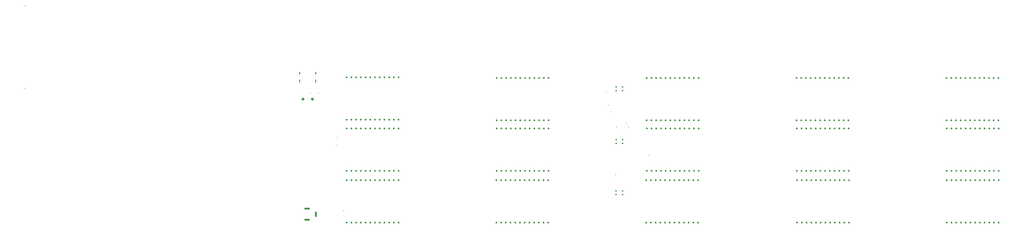
<source format=gbr>
%TF.GenerationSoftware,KiCad,Pcbnew,(6.0.11)*%
%TF.CreationDate,2023-07-11T13:37:14+02:00*%
%TF.ProjectId,T-DISPLAY-S3,542d4449-5350-44c4-9159-2d53332e6b69,1*%
%TF.SameCoordinates,Original*%
%TF.FileFunction,Plated,1,2,PTH,Mixed*%
%TF.FilePolarity,Positive*%
%FSLAX46Y46*%
G04 Gerber Fmt 4.6, Leading zero omitted, Abs format (unit mm)*
G04 Created by KiCad (PCBNEW (6.0.11)) date 2023-07-11 13:37:14*
%MOMM*%
%LPD*%
G01*
G04 APERTURE LIST*
%TA.AperFunction,ViaDrill*%
%ADD10C,0.400000*%
%TD*%
G04 aperture for slot hole*
%TA.AperFunction,ComponentDrill*%
%ADD11O,0.500000X1.700000*%
%TD*%
G04 aperture for slot hole*
%TA.AperFunction,ComponentDrill*%
%ADD12O,0.600000X1.200000*%
%TD*%
%TA.AperFunction,ComponentDrill*%
%ADD13C,0.800000*%
%TD*%
G04 aperture for slot hole*
%TA.AperFunction,ComponentDrill*%
%ADD14O,3.000000X1.000000*%
%TD*%
G04 aperture for slot hole*
%TA.AperFunction,ComponentDrill*%
%ADD15O,1.000000X3.000000*%
%TD*%
%TA.AperFunction,ComponentDrill*%
%ADD16C,1.000000*%
%TD*%
%TA.AperFunction,ComponentDrill*%
%ADD17C,1.520000*%
%TD*%
G04 APERTURE END LIST*
D10*
X-45720000Y-200660000D03*
X-45672451Y-156018725D03*
X108077000Y-203200000D03*
X112395000Y-203200000D03*
X122428000Y-231394000D03*
X122555000Y-227330000D03*
X125857000Y-266700000D03*
X267335000Y-202311000D03*
X268859000Y-209677000D03*
X270129000Y-213233000D03*
X272542000Y-247269000D03*
X273050000Y-221488000D03*
X278257000Y-219329000D03*
X279400000Y-221361000D03*
X290449000Y-236601000D03*
D11*
%TO.C,J2*%
X102360000Y-196620000D03*
X111000000Y-196620000D03*
D12*
X102360000Y-192440000D03*
X111000000Y-192440000D03*
D13*
%TO.C,J8*%
X272669000Y-255905000D03*
X272669000Y-257905000D03*
%TO.C,J4*%
X272796000Y-199787000D03*
X272796000Y-201787000D03*
%TO.C,J6*%
X272796000Y-228235000D03*
X272796000Y-230235000D03*
%TO.C,J5*%
X276225000Y-199787000D03*
X276225000Y-201787000D03*
%TO.C,J7*%
X276225000Y-228235000D03*
X276225000Y-230235000D03*
%TO.C,J9*%
X276225000Y-255921000D03*
X276225000Y-257921000D03*
D14*
%TO.C,J3*%
X106315000Y-265526000D03*
X106315000Y-271526000D03*
D15*
X111015000Y-268526000D03*
D16*
%TO.C,U6*%
X127635000Y-222250000D03*
X127635000Y-245111864D03*
%TO.C,U11*%
X127635000Y-250190000D03*
X127635000Y-273051864D03*
%TO.C,U1*%
X127660400Y-194640201D03*
X127660400Y-217502065D03*
%TO.C,U6*%
X130175000Y-222250000D03*
X130175000Y-245111864D03*
%TO.C,U11*%
X130175000Y-250190000D03*
X130175000Y-273051864D03*
%TO.C,U1*%
X130200400Y-194640201D03*
X130200400Y-217502065D03*
%TO.C,U6*%
X132715000Y-222250000D03*
X132715000Y-245111864D03*
%TO.C,U11*%
X132715000Y-250190000D03*
X132715000Y-273051864D03*
%TO.C,U1*%
X132740400Y-194640201D03*
X132740400Y-217502065D03*
%TO.C,U6*%
X135255000Y-222250000D03*
X135255000Y-245111864D03*
%TO.C,U11*%
X135255000Y-250190000D03*
X135255000Y-273051864D03*
%TO.C,U1*%
X135280400Y-194640201D03*
X135280400Y-217502065D03*
%TO.C,U6*%
X137795000Y-222250000D03*
X137795000Y-245111864D03*
%TO.C,U11*%
X137795000Y-250190000D03*
X137795000Y-273051864D03*
%TO.C,U1*%
X137820400Y-194640201D03*
X137820400Y-217502065D03*
%TO.C,U6*%
X140335000Y-222250000D03*
X140335000Y-245111864D03*
%TO.C,U11*%
X140335000Y-250190000D03*
X140335000Y-273051864D03*
%TO.C,U1*%
X140360400Y-194640201D03*
X140360400Y-217502065D03*
%TO.C,U6*%
X142875000Y-222250000D03*
X142875000Y-245111864D03*
%TO.C,U11*%
X142875000Y-250190000D03*
X142875000Y-273051864D03*
%TO.C,U1*%
X142900400Y-194640201D03*
X142900400Y-217502065D03*
%TO.C,U6*%
X145415000Y-222250000D03*
X145415000Y-245111864D03*
%TO.C,U11*%
X145415000Y-250190000D03*
X145415000Y-273051864D03*
%TO.C,U1*%
X145440400Y-194640201D03*
X145440400Y-217502065D03*
%TO.C,U6*%
X147955000Y-222250000D03*
X147955000Y-245111864D03*
%TO.C,U11*%
X147955000Y-250190000D03*
X147955000Y-273051864D03*
%TO.C,U1*%
X147980400Y-194640201D03*
X147980400Y-217502065D03*
%TO.C,U6*%
X150495000Y-222250000D03*
X150495000Y-245111864D03*
%TO.C,U11*%
X150495000Y-250190000D03*
X150495000Y-273051864D03*
%TO.C,U1*%
X150520400Y-194640201D03*
X150520400Y-217502065D03*
%TO.C,U6*%
X153035000Y-222250000D03*
X153035000Y-245111864D03*
%TO.C,U11*%
X153035000Y-250190000D03*
X153035000Y-273051864D03*
%TO.C,U1*%
X153060400Y-194640201D03*
X153060400Y-217502065D03*
%TO.C,U6*%
X155575000Y-222250000D03*
X155575000Y-245111864D03*
%TO.C,U11*%
X155575000Y-250190000D03*
X155575000Y-273051864D03*
%TO.C,U1*%
X155600400Y-194640201D03*
X155600400Y-217502065D03*
%TO.C,U12*%
X208280000Y-250190000D03*
X208280000Y-273051864D03*
%TO.C,U2*%
X208407000Y-194945000D03*
X208407000Y-217806864D03*
%TO.C,U7*%
X208438750Y-222250000D03*
X208438750Y-245111864D03*
%TO.C,U12*%
X210820000Y-250190000D03*
X210820000Y-273051864D03*
%TO.C,U2*%
X210947000Y-194945000D03*
X210947000Y-217806864D03*
%TO.C,U7*%
X210978750Y-222250000D03*
X210978750Y-245111864D03*
%TO.C,U12*%
X213360000Y-250190000D03*
X213360000Y-273051864D03*
%TO.C,U2*%
X213487000Y-194945000D03*
X213487000Y-217806864D03*
%TO.C,U7*%
X213518750Y-222250000D03*
X213518750Y-245111864D03*
%TO.C,U12*%
X215900000Y-250190000D03*
X215900000Y-273051864D03*
%TO.C,U2*%
X216027000Y-194945000D03*
X216027000Y-217806864D03*
%TO.C,U7*%
X216058750Y-222250000D03*
X216058750Y-245111864D03*
%TO.C,U12*%
X218440000Y-250190000D03*
X218440000Y-273051864D03*
%TO.C,U2*%
X218567000Y-194945000D03*
X218567000Y-217806864D03*
%TO.C,U7*%
X218598750Y-222250000D03*
X218598750Y-245111864D03*
%TO.C,U12*%
X220980000Y-250190000D03*
X220980000Y-273051864D03*
%TO.C,U2*%
X221107000Y-194945000D03*
X221107000Y-217806864D03*
%TO.C,U7*%
X221138750Y-222250000D03*
X221138750Y-245111864D03*
%TO.C,U12*%
X223520000Y-250190000D03*
X223520000Y-273051864D03*
%TO.C,U2*%
X223647000Y-194945000D03*
X223647000Y-217806864D03*
%TO.C,U7*%
X223678750Y-222250000D03*
X223678750Y-245111864D03*
%TO.C,U12*%
X226060000Y-250190000D03*
X226060000Y-273051864D03*
%TO.C,U2*%
X226187000Y-194945000D03*
X226187000Y-217806864D03*
%TO.C,U7*%
X226218750Y-222250000D03*
X226218750Y-245111864D03*
%TO.C,U12*%
X228600000Y-250190000D03*
X228600000Y-273051864D03*
%TO.C,U2*%
X228727000Y-194945000D03*
X228727000Y-217806864D03*
%TO.C,U7*%
X228758750Y-222250000D03*
X228758750Y-245111864D03*
%TO.C,U12*%
X231140000Y-250190000D03*
X231140000Y-273051864D03*
%TO.C,U2*%
X231267000Y-194945000D03*
X231267000Y-217806864D03*
%TO.C,U7*%
X231298750Y-222250000D03*
X231298750Y-245111864D03*
%TO.C,U12*%
X233680000Y-250190000D03*
X233680000Y-273051864D03*
%TO.C,U2*%
X233807000Y-194945000D03*
X233807000Y-217806864D03*
%TO.C,U7*%
X233838750Y-222250000D03*
X233838750Y-245111864D03*
%TO.C,U12*%
X236220000Y-250190000D03*
X236220000Y-273051864D03*
%TO.C,U2*%
X236347000Y-194945000D03*
X236347000Y-217806864D03*
%TO.C,U7*%
X236378750Y-222250000D03*
X236378750Y-245111864D03*
%TO.C,U13*%
X288925000Y-250190000D03*
X288925000Y-273051864D03*
%TO.C,U3*%
X289153600Y-194945000D03*
X289153600Y-217806864D03*
%TO.C,U8*%
X289242500Y-222250000D03*
X289242500Y-245111864D03*
%TO.C,U13*%
X291465000Y-250190000D03*
X291465000Y-273051864D03*
%TO.C,U3*%
X291693600Y-194945000D03*
X291693600Y-217806864D03*
%TO.C,U8*%
X291782500Y-222250000D03*
X291782500Y-245111864D03*
%TO.C,U13*%
X294005000Y-250190000D03*
X294005000Y-273051864D03*
%TO.C,U3*%
X294233600Y-194945000D03*
X294233600Y-217806864D03*
%TO.C,U8*%
X294322500Y-222250000D03*
X294322500Y-245111864D03*
%TO.C,U13*%
X296545000Y-250190000D03*
X296545000Y-273051864D03*
%TO.C,U3*%
X296773600Y-194945000D03*
X296773600Y-217806864D03*
%TO.C,U8*%
X296862500Y-222250000D03*
X296862500Y-245111864D03*
%TO.C,U13*%
X299085000Y-250190000D03*
X299085000Y-273051864D03*
%TO.C,U3*%
X299313600Y-194945000D03*
X299313600Y-217806864D03*
%TO.C,U8*%
X299402500Y-222250000D03*
X299402500Y-245111864D03*
%TO.C,U13*%
X301625000Y-250190000D03*
X301625000Y-273051864D03*
%TO.C,U3*%
X301853600Y-194945000D03*
X301853600Y-217806864D03*
%TO.C,U8*%
X301942500Y-222250000D03*
X301942500Y-245111864D03*
%TO.C,U13*%
X304165000Y-250190000D03*
X304165000Y-273051864D03*
%TO.C,U3*%
X304393600Y-194945000D03*
X304393600Y-217806864D03*
%TO.C,U8*%
X304482500Y-222250000D03*
X304482500Y-245111864D03*
%TO.C,U13*%
X306705000Y-250190000D03*
X306705000Y-273051864D03*
%TO.C,U3*%
X306933600Y-194945000D03*
X306933600Y-217806864D03*
%TO.C,U8*%
X307022500Y-222250000D03*
X307022500Y-245111864D03*
%TO.C,U13*%
X309245000Y-250190000D03*
X309245000Y-273051864D03*
%TO.C,U3*%
X309473600Y-194945000D03*
X309473600Y-217806864D03*
%TO.C,U8*%
X309562500Y-222250000D03*
X309562500Y-245111864D03*
%TO.C,U13*%
X311785000Y-250190000D03*
X311785000Y-273051864D03*
%TO.C,U3*%
X312013600Y-194945000D03*
X312013600Y-217806864D03*
%TO.C,U8*%
X312102500Y-222250000D03*
X312102500Y-245111864D03*
%TO.C,U13*%
X314325000Y-250190000D03*
X314325000Y-273051864D03*
%TO.C,U3*%
X314553600Y-194945000D03*
X314553600Y-217806864D03*
%TO.C,U8*%
X314642500Y-222250000D03*
X314642500Y-245111864D03*
%TO.C,U13*%
X316865000Y-250190000D03*
X316865000Y-273051864D03*
%TO.C,U3*%
X317093600Y-194945000D03*
X317093600Y-217806864D03*
%TO.C,U8*%
X317182500Y-222250000D03*
X317182500Y-245111864D03*
%TO.C,U4*%
X369900200Y-194945000D03*
X369900200Y-217806864D03*
%TO.C,U9*%
X370046250Y-222250000D03*
X370046250Y-245111864D03*
%TO.C,U14*%
X370205000Y-250190000D03*
X370205000Y-273051864D03*
%TO.C,U4*%
X372440200Y-194945000D03*
X372440200Y-217806864D03*
%TO.C,U9*%
X372586250Y-222250000D03*
X372586250Y-245111864D03*
%TO.C,U14*%
X372745000Y-250190000D03*
X372745000Y-273051864D03*
%TO.C,U4*%
X374980200Y-194945000D03*
X374980200Y-217806864D03*
%TO.C,U9*%
X375126250Y-222250000D03*
X375126250Y-245111864D03*
%TO.C,U14*%
X375285000Y-250190000D03*
X375285000Y-273051864D03*
%TO.C,U4*%
X377520200Y-194945000D03*
X377520200Y-217806864D03*
%TO.C,U9*%
X377666250Y-222250000D03*
X377666250Y-245111864D03*
%TO.C,U14*%
X377825000Y-250190000D03*
X377825000Y-273051864D03*
%TO.C,U4*%
X380060200Y-194945000D03*
X380060200Y-217806864D03*
%TO.C,U9*%
X380206250Y-222250000D03*
X380206250Y-245111864D03*
%TO.C,U14*%
X380365000Y-250190000D03*
X380365000Y-273051864D03*
%TO.C,U4*%
X382600200Y-194945000D03*
X382600200Y-217806864D03*
%TO.C,U9*%
X382746250Y-222250000D03*
X382746250Y-245111864D03*
%TO.C,U14*%
X382905000Y-250190000D03*
X382905000Y-273051864D03*
%TO.C,U4*%
X385140200Y-194945000D03*
X385140200Y-217806864D03*
%TO.C,U9*%
X385286250Y-222250000D03*
X385286250Y-245111864D03*
%TO.C,U14*%
X385445000Y-250190000D03*
X385445000Y-273051864D03*
%TO.C,U4*%
X387680200Y-194945000D03*
X387680200Y-217806864D03*
%TO.C,U9*%
X387826250Y-222250000D03*
X387826250Y-245111864D03*
%TO.C,U14*%
X387985000Y-250190000D03*
X387985000Y-273051864D03*
%TO.C,U4*%
X390220200Y-194945000D03*
X390220200Y-217806864D03*
%TO.C,U9*%
X390366250Y-222250000D03*
X390366250Y-245111864D03*
%TO.C,U14*%
X390525000Y-250190000D03*
X390525000Y-273051864D03*
%TO.C,U4*%
X392760200Y-194945000D03*
X392760200Y-217806864D03*
%TO.C,U9*%
X392906250Y-222250000D03*
X392906250Y-245111864D03*
%TO.C,U14*%
X393065000Y-250190000D03*
X393065000Y-273051864D03*
%TO.C,U4*%
X395300200Y-194945000D03*
X395300200Y-217806864D03*
%TO.C,U9*%
X395446250Y-222250000D03*
X395446250Y-245111864D03*
%TO.C,U14*%
X395605000Y-250190000D03*
X395605000Y-273051864D03*
%TO.C,U4*%
X397840200Y-194945000D03*
X397840200Y-217806864D03*
%TO.C,U9*%
X397986250Y-222250000D03*
X397986250Y-245111864D03*
%TO.C,U14*%
X398145000Y-250190000D03*
X398145000Y-273051864D03*
%TO.C,U5*%
X450646800Y-194945000D03*
X450646800Y-217806864D03*
%TO.C,U10*%
X450850000Y-222250000D03*
X450850000Y-245111864D03*
%TO.C,U15*%
X450850000Y-250190000D03*
X450850000Y-273051864D03*
%TO.C,U5*%
X453186800Y-194945000D03*
X453186800Y-217806864D03*
%TO.C,U10*%
X453390000Y-222250000D03*
X453390000Y-245111864D03*
%TO.C,U15*%
X453390000Y-250190000D03*
X453390000Y-273051864D03*
%TO.C,U5*%
X455726800Y-194945000D03*
X455726800Y-217806864D03*
%TO.C,U10*%
X455930000Y-222250000D03*
X455930000Y-245111864D03*
%TO.C,U15*%
X455930000Y-250190000D03*
X455930000Y-273051864D03*
%TO.C,U5*%
X458266800Y-194945000D03*
X458266800Y-217806864D03*
%TO.C,U10*%
X458470000Y-222250000D03*
X458470000Y-245111864D03*
%TO.C,U15*%
X458470000Y-250190000D03*
X458470000Y-273051864D03*
%TO.C,U5*%
X460806800Y-194945000D03*
X460806800Y-217806864D03*
%TO.C,U10*%
X461010000Y-222250000D03*
X461010000Y-245111864D03*
%TO.C,U15*%
X461010000Y-250190000D03*
X461010000Y-273051864D03*
%TO.C,U5*%
X463346800Y-194945000D03*
X463346800Y-217806864D03*
%TO.C,U10*%
X463550000Y-222250000D03*
X463550000Y-245111864D03*
%TO.C,U15*%
X463550000Y-250190000D03*
X463550000Y-273051864D03*
%TO.C,U5*%
X465886800Y-194945000D03*
X465886800Y-217806864D03*
%TO.C,U10*%
X466090000Y-222250000D03*
X466090000Y-245111864D03*
%TO.C,U15*%
X466090000Y-250190000D03*
X466090000Y-273051864D03*
%TO.C,U5*%
X468426800Y-194945000D03*
X468426800Y-217806864D03*
%TO.C,U10*%
X468630000Y-222250000D03*
X468630000Y-245111864D03*
%TO.C,U15*%
X468630000Y-250190000D03*
X468630000Y-273051864D03*
%TO.C,U5*%
X470966800Y-194945000D03*
X470966800Y-217806864D03*
%TO.C,U10*%
X471170000Y-222250000D03*
X471170000Y-245111864D03*
%TO.C,U15*%
X471170000Y-250190000D03*
X471170000Y-273051864D03*
%TO.C,U5*%
X473506800Y-194945000D03*
X473506800Y-217806864D03*
%TO.C,U10*%
X473710000Y-222250000D03*
X473710000Y-245111864D03*
%TO.C,U15*%
X473710000Y-250190000D03*
X473710000Y-273051864D03*
%TO.C,U5*%
X476046800Y-194945000D03*
X476046800Y-217806864D03*
%TO.C,U10*%
X476250000Y-222250000D03*
X476250000Y-245111864D03*
%TO.C,U15*%
X476250000Y-250190000D03*
X476250000Y-273051864D03*
%TO.C,U5*%
X478586800Y-194945000D03*
X478586800Y-217806864D03*
%TO.C,U10*%
X478790000Y-222250000D03*
X478790000Y-245111864D03*
%TO.C,U15*%
X478790000Y-250190000D03*
X478790000Y-273051864D03*
D17*
%TO.C,J1*%
X104140000Y-206375000D03*
X109220000Y-206375000D03*
M02*

</source>
